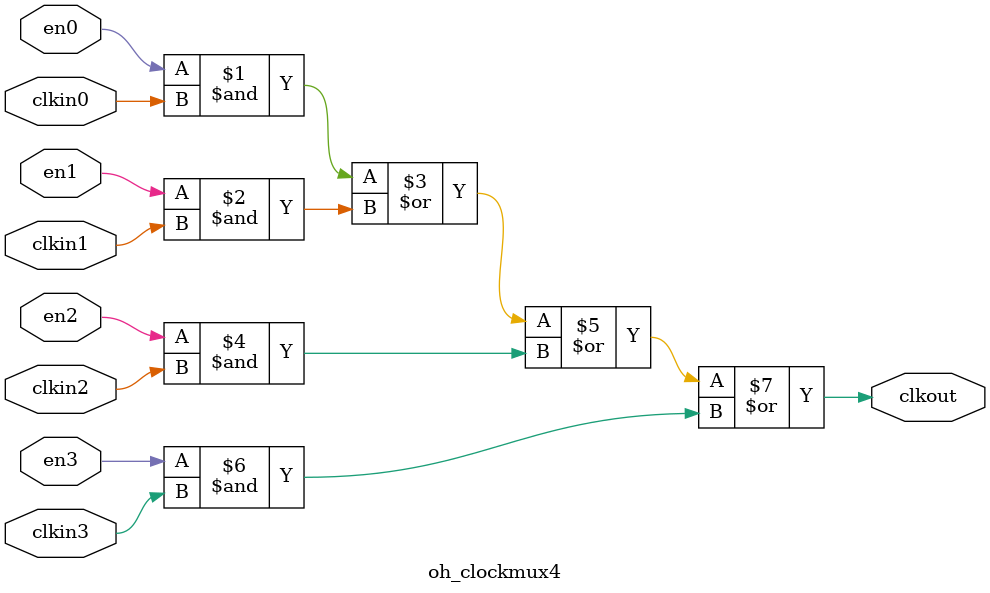
<source format=v>

module oh_clockmux4
  #(parameter SYN  = "TRUE",   // synthesizable (or not)
    parameter TYPE = "DEFAULT" // implementation type
    )
   (
    input  en0, // clkin0 enable (stable high)
    input  en1, // clkin1 enable (stable high)
    input  en2, // clkin1 enable (stable high)
    input  en3, // clkin1 enable (stable high)
    input  clkin0, // clock input
    input  clkin1, // clock input
    input  clkin2, // clock input
    input  clkin3, // clock input
    output clkout // clock output
    );

   generate
      if(SYN == "TRUE") begin
	 assign clkout = en0 & clkin0 |
			 en1 & clkin1 |
			 en2 & clkin2 |
			 en3 & clkin3;
      end
      else begin
	 oh_clockmux4 #(.TYPE(TYPE))
	 oh_clockmux4(// Outputs
		      .clkout		(clkout),
		      // Inputs
		      .en0		(en0),
		      .en1		(en1),
		      .en2		(en2),
		      .en3		(en3),
		      .clkin0		(clkin0),
		      .clkin1		(clkin1),
		      .clkin2		(clkin2),
	              .clkin3		(clkin3));
      end
   endgenerate
endmodule

</source>
